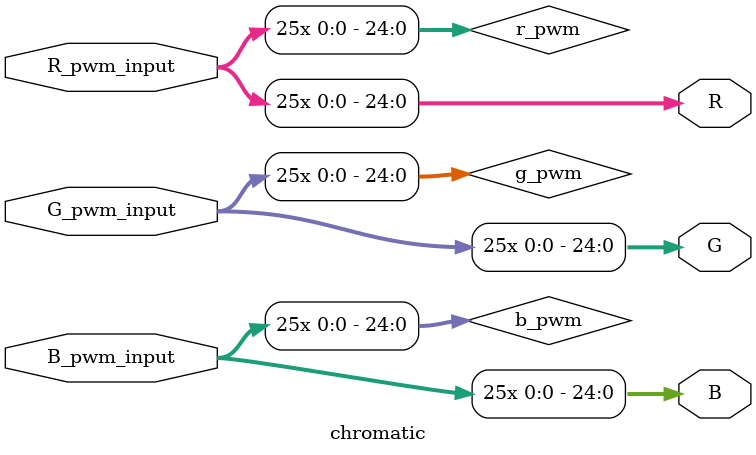
<source format=v>
/*
 * Title: CHROMATIC RGB LED
 * File: chromatic.v
 * Name: Javier Jimenez
 * Date: 05.10.2017
 * Desc: Program that generates different combination
 * 			 of colors in the RGB led matrix pcb.
 *			 You can see the whole chromatic palette.
 */

`define n 25

module chromatic(
	input 					R_pwm_input,
	input 					G_pwm_input,
	input 					B_pwm_input,
	output[`n-1:0]	R,
	output[`n-1:0]	G,
	output[`n-1:0]	B
);

	wire[`n-1:0] r_pwm;
	wire[`n-1:0] g_pwm;
	wire[`n-1:0] b_pwm;

	assign r_pwm[`n-1:0] = {`n{R_pwm_input}};
	assign g_pwm[`n-1:0] = {`n{G_pwm_input}};
	assign b_pwm[`n-1:0] = {`n{B_pwm_input}};

	assign R = r_pwm;
	assign G = g_pwm;
	assign B = b_pwm;

endmodule

</source>
